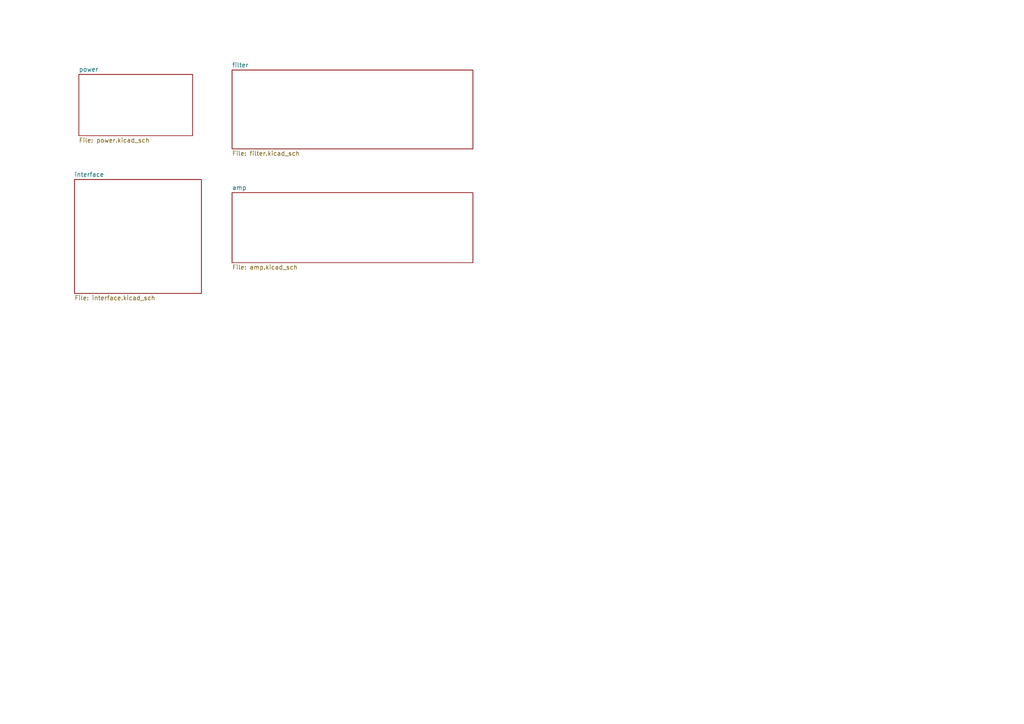
<source format=kicad_sch>
(kicad_sch
	(version 20250114)
	(generator "eeschema")
	(generator_version "9.0")
	(uuid "92363970-7a70-4a9d-91f1-fb8480a3037e")
	(paper "A4")
	(lib_symbols)
	(sheet
		(at 21.59 52.07)
		(size 36.83 33.02)
		(exclude_from_sim no)
		(in_bom yes)
		(on_board yes)
		(dnp no)
		(fields_autoplaced yes)
		(stroke
			(width 0.1524)
			(type solid)
		)
		(fill
			(color 0 0 0 0.0000)
		)
		(uuid "0efb2e7e-752a-4c09-a01b-8352ef63af5b")
		(property "Sheetname" "interface"
			(at 21.59 51.3584 0)
			(effects
				(font
					(size 1.27 1.27)
				)
				(justify left bottom)
			)
		)
		(property "Sheetfile" "interface.kicad_sch"
			(at 21.59 85.6746 0)
			(effects
				(font
					(size 1.27 1.27)
				)
				(justify left top)
			)
		)
		(instances
			(project "aix_amp"
				(path "/92363970-7a70-4a9d-91f1-fb8480a3037e"
					(page "5")
				)
			)
		)
	)
	(sheet
		(at 67.31 55.88)
		(size 69.85 20.32)
		(exclude_from_sim no)
		(in_bom yes)
		(on_board yes)
		(dnp no)
		(fields_autoplaced yes)
		(stroke
			(width 0.1524)
			(type solid)
		)
		(fill
			(color 0 0 0 0.0000)
		)
		(uuid "996ecc6a-1e28-44cd-a178-baf342056b23")
		(property "Sheetname" "amp"
			(at 67.31 55.1684 0)
			(effects
				(font
					(size 1.27 1.27)
				)
				(justify left bottom)
			)
		)
		(property "Sheetfile" "amp.kicad_sch"
			(at 67.31 76.7846 0)
			(effects
				(font
					(size 1.27 1.27)
				)
				(justify left top)
			)
		)
		(instances
			(project "aix_amp"
				(path "/92363970-7a70-4a9d-91f1-fb8480a3037e"
					(page "3")
				)
			)
		)
	)
	(sheet
		(at 67.31 20.32)
		(size 69.85 22.86)
		(exclude_from_sim no)
		(in_bom yes)
		(on_board yes)
		(dnp no)
		(fields_autoplaced yes)
		(stroke
			(width 0.1524)
			(type solid)
		)
		(fill
			(color 0 0 0 0.0000)
		)
		(uuid "a5e60701-3613-4641-b715-49056966143d")
		(property "Sheetname" "filter"
			(at 67.31 19.6084 0)
			(effects
				(font
					(size 1.27 1.27)
				)
				(justify left bottom)
			)
		)
		(property "Sheetfile" "filter.kicad_sch"
			(at 67.31 43.7646 0)
			(effects
				(font
					(size 1.27 1.27)
				)
				(justify left top)
			)
		)
		(instances
			(project "aix_amp"
				(path "/92363970-7a70-4a9d-91f1-fb8480a3037e"
					(page "4")
				)
			)
		)
	)
	(sheet
		(at 22.86 21.59)
		(size 33.02 17.78)
		(exclude_from_sim no)
		(in_bom yes)
		(on_board yes)
		(dnp no)
		(fields_autoplaced yes)
		(stroke
			(width 0.1524)
			(type solid)
		)
		(fill
			(color 0 0 0 0.0000)
		)
		(uuid "ea0fd8ff-f070-4ad9-853d-48cd2953a0ea")
		(property "Sheetname" "power"
			(at 22.86 20.8784 0)
			(effects
				(font
					(size 1.27 1.27)
				)
				(justify left bottom)
			)
		)
		(property "Sheetfile" "power.kicad_sch"
			(at 22.86 39.9546 0)
			(effects
				(font
					(size 1.27 1.27)
				)
				(justify left top)
			)
		)
		(instances
			(project "aix_amp"
				(path "/92363970-7a70-4a9d-91f1-fb8480a3037e"
					(page "2")
				)
			)
		)
	)
	(sheet_instances
		(path "/"
			(page "1")
		)
	)
	(embedded_fonts no)
)

</source>
